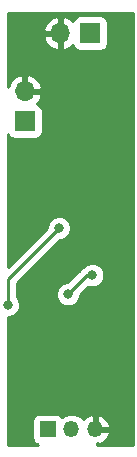
<source format=gbr>
G04 #@! TF.GenerationSoftware,KiCad,Pcbnew,(5.0.0)*
G04 #@! TF.CreationDate,2019-08-13T22:51:23+09:00*
G04 #@! TF.ProjectId,wm61_mic_preamp,776D36315F6D69635F707265616D702E,rev?*
G04 #@! TF.SameCoordinates,Original*
G04 #@! TF.FileFunction,Copper,L2,Bot,Signal*
G04 #@! TF.FilePolarity,Positive*
%FSLAX46Y46*%
G04 Gerber Fmt 4.6, Leading zero omitted, Abs format (unit mm)*
G04 Created by KiCad (PCBNEW (5.0.0)) date 08/13/19 22:51:23*
%MOMM*%
%LPD*%
G01*
G04 APERTURE LIST*
G04 #@! TA.AperFunction,ComponentPad*
%ADD10R,1.350000X1.350000*%
G04 #@! TD*
G04 #@! TA.AperFunction,ComponentPad*
%ADD11O,1.350000X1.350000*%
G04 #@! TD*
G04 #@! TA.AperFunction,ComponentPad*
%ADD12O,1.700000X1.700000*%
G04 #@! TD*
G04 #@! TA.AperFunction,ComponentPad*
%ADD13R,1.700000X1.700000*%
G04 #@! TD*
G04 #@! TA.AperFunction,ViaPad*
%ADD14C,0.800000*%
G04 #@! TD*
G04 #@! TA.AperFunction,Conductor*
%ADD15C,0.250000*%
G04 #@! TD*
G04 #@! TA.AperFunction,Conductor*
%ADD16C,0.254000*%
G04 #@! TD*
G04 APERTURE END LIST*
D10*
G04 #@! TO.P,J1,1*
G04 #@! TO.N,Net-(C2-Pad1)*
X153600000Y-128500000D03*
D11*
G04 #@! TO.P,J1,2*
G04 #@! TO.N,Net-(C1-Pad2)*
X155600000Y-128500000D03*
G04 #@! TO.P,J1,3*
G04 #@! TO.N,GND*
X157600000Y-128500000D03*
G04 #@! TD*
D12*
G04 #@! TO.P,J2,2*
G04 #@! TO.N,GND*
X151650000Y-99860000D03*
D13*
G04 #@! TO.P,J2,1*
G04 #@! TO.N,Net-(J2-Pad1)*
X151650000Y-102400000D03*
G04 #@! TD*
G04 #@! TO.P,J3,1*
G04 #@! TO.N,Net-(C6-Pad1)*
X157200000Y-94950000D03*
D12*
G04 #@! TO.P,J3,2*
G04 #@! TO.N,GND*
X154660000Y-94950000D03*
G04 #@! TD*
D14*
G04 #@! TO.N,GND*
X151750000Y-107200000D03*
X151350000Y-126500000D03*
G04 #@! TO.N,Net-(C2-Pad1)*
X154550000Y-111450000D03*
X150224990Y-117975010D03*
G04 #@! TO.N,Net-(R5-Pad2)*
X157350000Y-115450000D03*
X155300000Y-117050000D03*
G04 #@! TD*
D15*
G04 #@! TO.N,Net-(C2-Pad1)*
X150224990Y-115775010D02*
X154550000Y-111450000D01*
X150224990Y-117975010D02*
X150224990Y-115775010D01*
G04 #@! TO.N,Net-(R5-Pad2)*
X156900000Y-115450000D02*
X157350000Y-115450000D01*
X155300000Y-117050000D02*
X156900000Y-115450000D01*
G04 #@! TD*
D16*
G04 #@! TO.N,GND*
G36*
X160790001Y-129790000D02*
X157727002Y-129790000D01*
X157727002Y-129644225D01*
X157929400Y-129767910D01*
X158263633Y-129629478D01*
X158645349Y-129289540D01*
X158867920Y-128829402D01*
X158745090Y-128627000D01*
X157727000Y-128627000D01*
X157727000Y-128647000D01*
X157473000Y-128647000D01*
X157473000Y-128627000D01*
X157453000Y-128627000D01*
X157453000Y-128373000D01*
X157473000Y-128373000D01*
X157473000Y-127355776D01*
X157727000Y-127355776D01*
X157727000Y-128373000D01*
X158745090Y-128373000D01*
X158867920Y-128170598D01*
X158645349Y-127710460D01*
X158263633Y-127370522D01*
X157929400Y-127232090D01*
X157727000Y-127355776D01*
X157473000Y-127355776D01*
X157270600Y-127232090D01*
X156936367Y-127370522D01*
X156613156Y-127658358D01*
X156544457Y-127555543D01*
X156111136Y-127266007D01*
X155729022Y-127190000D01*
X155470978Y-127190000D01*
X155088864Y-127266007D01*
X154795968Y-127461714D01*
X154732809Y-127367191D01*
X154522765Y-127226843D01*
X154275000Y-127177560D01*
X152925000Y-127177560D01*
X152677235Y-127226843D01*
X152467191Y-127367191D01*
X152326843Y-127577235D01*
X152277560Y-127825000D01*
X152277560Y-129175000D01*
X152326843Y-129422765D01*
X152467191Y-129632809D01*
X152677235Y-129773157D01*
X152761911Y-129790000D01*
X150210000Y-129790000D01*
X150210000Y-119010010D01*
X150430864Y-119010010D01*
X150811270Y-118852441D01*
X151102421Y-118561290D01*
X151259990Y-118180884D01*
X151259990Y-117769136D01*
X151102421Y-117388730D01*
X150984990Y-117271299D01*
X150984990Y-116844126D01*
X154265000Y-116844126D01*
X154265000Y-117255874D01*
X154422569Y-117636280D01*
X154713720Y-117927431D01*
X155094126Y-118085000D01*
X155505874Y-118085000D01*
X155886280Y-117927431D01*
X156177431Y-117636280D01*
X156335000Y-117255874D01*
X156335000Y-117089801D01*
X156999647Y-116425155D01*
X157144126Y-116485000D01*
X157555874Y-116485000D01*
X157936280Y-116327431D01*
X158227431Y-116036280D01*
X158385000Y-115655874D01*
X158385000Y-115244126D01*
X158227431Y-114863720D01*
X157936280Y-114572569D01*
X157555874Y-114415000D01*
X157144126Y-114415000D01*
X156763720Y-114572569D01*
X156599638Y-114736651D01*
X156416418Y-114859076D01*
X156352071Y-114902071D01*
X156309671Y-114965527D01*
X155260199Y-116015000D01*
X155094126Y-116015000D01*
X154713720Y-116172569D01*
X154422569Y-116463720D01*
X154265000Y-116844126D01*
X150984990Y-116844126D01*
X150984990Y-116089811D01*
X154589802Y-112485000D01*
X154755874Y-112485000D01*
X155136280Y-112327431D01*
X155427431Y-112036280D01*
X155585000Y-111655874D01*
X155585000Y-111244126D01*
X155427431Y-110863720D01*
X155136280Y-110572569D01*
X154755874Y-110415000D01*
X154344126Y-110415000D01*
X153963720Y-110572569D01*
X153672569Y-110863720D01*
X153515000Y-111244126D01*
X153515000Y-111410198D01*
X150210000Y-114715199D01*
X150210000Y-103509973D01*
X150342191Y-103707809D01*
X150552235Y-103848157D01*
X150800000Y-103897440D01*
X152500000Y-103897440D01*
X152747765Y-103848157D01*
X152957809Y-103707809D01*
X153098157Y-103497765D01*
X153147440Y-103250000D01*
X153147440Y-101550000D01*
X153098157Y-101302235D01*
X152957809Y-101092191D01*
X152747765Y-100951843D01*
X152644292Y-100931261D01*
X152921645Y-100626924D01*
X153091476Y-100216890D01*
X152970155Y-99987000D01*
X151777000Y-99987000D01*
X151777000Y-100007000D01*
X151523000Y-100007000D01*
X151523000Y-99987000D01*
X151503000Y-99987000D01*
X151503000Y-99733000D01*
X151523000Y-99733000D01*
X151523000Y-98539181D01*
X151777000Y-98539181D01*
X151777000Y-99733000D01*
X152970155Y-99733000D01*
X153091476Y-99503110D01*
X152921645Y-99093076D01*
X152531358Y-98664817D01*
X152006892Y-98418514D01*
X151777000Y-98539181D01*
X151523000Y-98539181D01*
X151293108Y-98418514D01*
X150768642Y-98664817D01*
X150378355Y-99093076D01*
X150210000Y-99499546D01*
X150210000Y-95306892D01*
X153218514Y-95306892D01*
X153464817Y-95831358D01*
X153893076Y-96221645D01*
X154303110Y-96391476D01*
X154533000Y-96270155D01*
X154533000Y-95077000D01*
X153339181Y-95077000D01*
X153218514Y-95306892D01*
X150210000Y-95306892D01*
X150210000Y-94593108D01*
X153218514Y-94593108D01*
X153339181Y-94823000D01*
X154533000Y-94823000D01*
X154533000Y-93629845D01*
X154787000Y-93629845D01*
X154787000Y-94823000D01*
X154807000Y-94823000D01*
X154807000Y-95077000D01*
X154787000Y-95077000D01*
X154787000Y-96270155D01*
X155016890Y-96391476D01*
X155426924Y-96221645D01*
X155731261Y-95944292D01*
X155751843Y-96047765D01*
X155892191Y-96257809D01*
X156102235Y-96398157D01*
X156350000Y-96447440D01*
X158050000Y-96447440D01*
X158297765Y-96398157D01*
X158507809Y-96257809D01*
X158648157Y-96047765D01*
X158697440Y-95800000D01*
X158697440Y-94100000D01*
X158648157Y-93852235D01*
X158507809Y-93642191D01*
X158297765Y-93501843D01*
X158050000Y-93452560D01*
X156350000Y-93452560D01*
X156102235Y-93501843D01*
X155892191Y-93642191D01*
X155751843Y-93852235D01*
X155731261Y-93955708D01*
X155426924Y-93678355D01*
X155016890Y-93508524D01*
X154787000Y-93629845D01*
X154533000Y-93629845D01*
X154303110Y-93508524D01*
X153893076Y-93678355D01*
X153464817Y-94068642D01*
X153218514Y-94593108D01*
X150210000Y-94593108D01*
X150210000Y-93210000D01*
X160790000Y-93210000D01*
X160790001Y-129790000D01*
X160790001Y-129790000D01*
G37*
X160790001Y-129790000D02*
X157727002Y-129790000D01*
X157727002Y-129644225D01*
X157929400Y-129767910D01*
X158263633Y-129629478D01*
X158645349Y-129289540D01*
X158867920Y-128829402D01*
X158745090Y-128627000D01*
X157727000Y-128627000D01*
X157727000Y-128647000D01*
X157473000Y-128647000D01*
X157473000Y-128627000D01*
X157453000Y-128627000D01*
X157453000Y-128373000D01*
X157473000Y-128373000D01*
X157473000Y-127355776D01*
X157727000Y-127355776D01*
X157727000Y-128373000D01*
X158745090Y-128373000D01*
X158867920Y-128170598D01*
X158645349Y-127710460D01*
X158263633Y-127370522D01*
X157929400Y-127232090D01*
X157727000Y-127355776D01*
X157473000Y-127355776D01*
X157270600Y-127232090D01*
X156936367Y-127370522D01*
X156613156Y-127658358D01*
X156544457Y-127555543D01*
X156111136Y-127266007D01*
X155729022Y-127190000D01*
X155470978Y-127190000D01*
X155088864Y-127266007D01*
X154795968Y-127461714D01*
X154732809Y-127367191D01*
X154522765Y-127226843D01*
X154275000Y-127177560D01*
X152925000Y-127177560D01*
X152677235Y-127226843D01*
X152467191Y-127367191D01*
X152326843Y-127577235D01*
X152277560Y-127825000D01*
X152277560Y-129175000D01*
X152326843Y-129422765D01*
X152467191Y-129632809D01*
X152677235Y-129773157D01*
X152761911Y-129790000D01*
X150210000Y-129790000D01*
X150210000Y-119010010D01*
X150430864Y-119010010D01*
X150811270Y-118852441D01*
X151102421Y-118561290D01*
X151259990Y-118180884D01*
X151259990Y-117769136D01*
X151102421Y-117388730D01*
X150984990Y-117271299D01*
X150984990Y-116844126D01*
X154265000Y-116844126D01*
X154265000Y-117255874D01*
X154422569Y-117636280D01*
X154713720Y-117927431D01*
X155094126Y-118085000D01*
X155505874Y-118085000D01*
X155886280Y-117927431D01*
X156177431Y-117636280D01*
X156335000Y-117255874D01*
X156335000Y-117089801D01*
X156999647Y-116425155D01*
X157144126Y-116485000D01*
X157555874Y-116485000D01*
X157936280Y-116327431D01*
X158227431Y-116036280D01*
X158385000Y-115655874D01*
X158385000Y-115244126D01*
X158227431Y-114863720D01*
X157936280Y-114572569D01*
X157555874Y-114415000D01*
X157144126Y-114415000D01*
X156763720Y-114572569D01*
X156599638Y-114736651D01*
X156416418Y-114859076D01*
X156352071Y-114902071D01*
X156309671Y-114965527D01*
X155260199Y-116015000D01*
X155094126Y-116015000D01*
X154713720Y-116172569D01*
X154422569Y-116463720D01*
X154265000Y-116844126D01*
X150984990Y-116844126D01*
X150984990Y-116089811D01*
X154589802Y-112485000D01*
X154755874Y-112485000D01*
X155136280Y-112327431D01*
X155427431Y-112036280D01*
X155585000Y-111655874D01*
X155585000Y-111244126D01*
X155427431Y-110863720D01*
X155136280Y-110572569D01*
X154755874Y-110415000D01*
X154344126Y-110415000D01*
X153963720Y-110572569D01*
X153672569Y-110863720D01*
X153515000Y-111244126D01*
X153515000Y-111410198D01*
X150210000Y-114715199D01*
X150210000Y-103509973D01*
X150342191Y-103707809D01*
X150552235Y-103848157D01*
X150800000Y-103897440D01*
X152500000Y-103897440D01*
X152747765Y-103848157D01*
X152957809Y-103707809D01*
X153098157Y-103497765D01*
X153147440Y-103250000D01*
X153147440Y-101550000D01*
X153098157Y-101302235D01*
X152957809Y-101092191D01*
X152747765Y-100951843D01*
X152644292Y-100931261D01*
X152921645Y-100626924D01*
X153091476Y-100216890D01*
X152970155Y-99987000D01*
X151777000Y-99987000D01*
X151777000Y-100007000D01*
X151523000Y-100007000D01*
X151523000Y-99987000D01*
X151503000Y-99987000D01*
X151503000Y-99733000D01*
X151523000Y-99733000D01*
X151523000Y-98539181D01*
X151777000Y-98539181D01*
X151777000Y-99733000D01*
X152970155Y-99733000D01*
X153091476Y-99503110D01*
X152921645Y-99093076D01*
X152531358Y-98664817D01*
X152006892Y-98418514D01*
X151777000Y-98539181D01*
X151523000Y-98539181D01*
X151293108Y-98418514D01*
X150768642Y-98664817D01*
X150378355Y-99093076D01*
X150210000Y-99499546D01*
X150210000Y-95306892D01*
X153218514Y-95306892D01*
X153464817Y-95831358D01*
X153893076Y-96221645D01*
X154303110Y-96391476D01*
X154533000Y-96270155D01*
X154533000Y-95077000D01*
X153339181Y-95077000D01*
X153218514Y-95306892D01*
X150210000Y-95306892D01*
X150210000Y-94593108D01*
X153218514Y-94593108D01*
X153339181Y-94823000D01*
X154533000Y-94823000D01*
X154533000Y-93629845D01*
X154787000Y-93629845D01*
X154787000Y-94823000D01*
X154807000Y-94823000D01*
X154807000Y-95077000D01*
X154787000Y-95077000D01*
X154787000Y-96270155D01*
X155016890Y-96391476D01*
X155426924Y-96221645D01*
X155731261Y-95944292D01*
X155751843Y-96047765D01*
X155892191Y-96257809D01*
X156102235Y-96398157D01*
X156350000Y-96447440D01*
X158050000Y-96447440D01*
X158297765Y-96398157D01*
X158507809Y-96257809D01*
X158648157Y-96047765D01*
X158697440Y-95800000D01*
X158697440Y-94100000D01*
X158648157Y-93852235D01*
X158507809Y-93642191D01*
X158297765Y-93501843D01*
X158050000Y-93452560D01*
X156350000Y-93452560D01*
X156102235Y-93501843D01*
X155892191Y-93642191D01*
X155751843Y-93852235D01*
X155731261Y-93955708D01*
X155426924Y-93678355D01*
X155016890Y-93508524D01*
X154787000Y-93629845D01*
X154533000Y-93629845D01*
X154303110Y-93508524D01*
X153893076Y-93678355D01*
X153464817Y-94068642D01*
X153218514Y-94593108D01*
X150210000Y-94593108D01*
X150210000Y-93210000D01*
X160790000Y-93210000D01*
X160790001Y-129790000D01*
G04 #@! TD*
M02*

</source>
